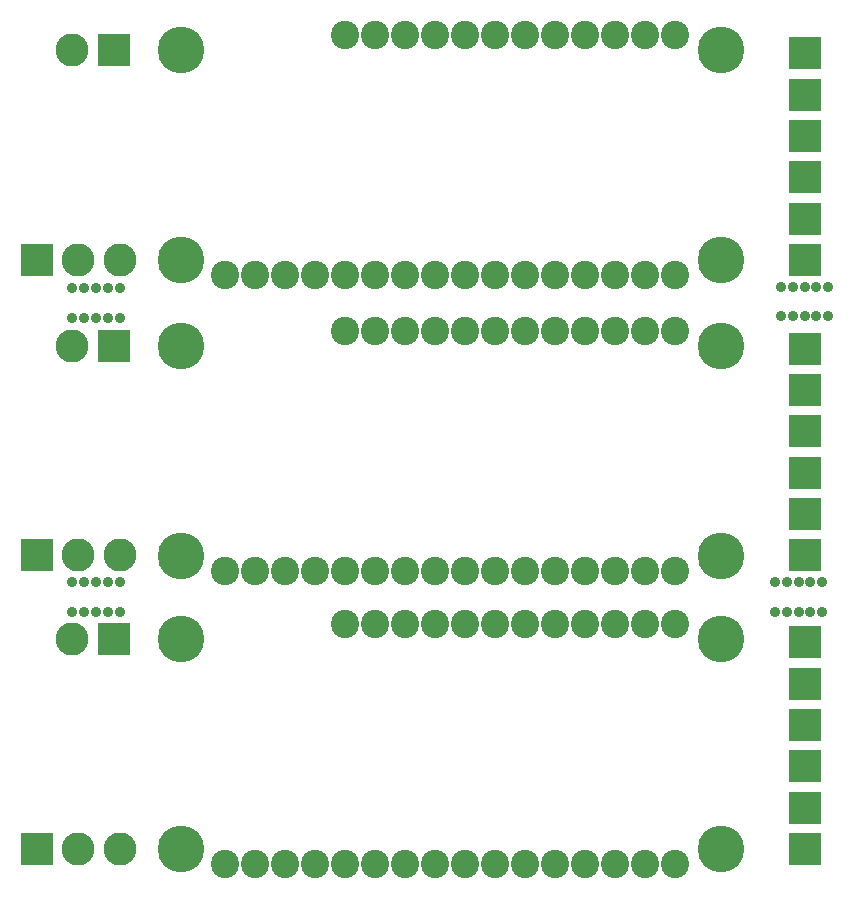
<source format=gbs>
%TF.GenerationSoftware,KiCad,Pcbnew,(5.1.6-0-10_14)*%
%TF.CreationDate,2020-08-14T14:07:03-07:00*%
%TF.ProjectId,panel,70616e65-6c2e-46b6-9963-61645f706362,rev?*%
%TF.SameCoordinates,Original*%
%TF.FileFunction,Soldermask,Bot*%
%TF.FilePolarity,Negative*%
%FSLAX46Y46*%
G04 Gerber Fmt 4.6, Leading zero omitted, Abs format (unit mm)*
G04 Created by KiCad (PCBNEW (5.1.6-0-10_14)) date 2020-08-14 14:07:03*
%MOMM*%
%LPD*%
G01*
G04 APERTURE LIST*
%ADD10C,0.900000*%
%ADD11C,2.400000*%
%ADD12C,3.956000*%
%ADD13R,2.800000X2.800000*%
%ADD14C,2.800000*%
G04 APERTURE END LIST*
D10*
%TO.C,REF\u002A\u002A*%
X176000000Y-140250000D03*
X177000000Y-140250000D03*
X178000000Y-140250000D03*
X179000000Y-140250000D03*
X180000000Y-140250000D03*
X180000000Y-142750000D03*
X179000000Y-142750000D03*
X178000000Y-142750000D03*
X177000000Y-142750000D03*
X176000000Y-142750000D03*
%TD*%
%TO.C,REF\u002A\u002A*%
X116500000Y-140250000D03*
X117500000Y-140250000D03*
X118500000Y-140250000D03*
X119500000Y-140250000D03*
X120500000Y-140250000D03*
X120500000Y-142750000D03*
X119500000Y-142750000D03*
X118500000Y-142750000D03*
X117500000Y-142750000D03*
X116500000Y-142750000D03*
%TD*%
%TO.C,REF\u002A\u002A*%
X116500000Y-115361400D03*
X117500000Y-115361400D03*
X118500000Y-115361400D03*
X119500000Y-115361400D03*
X120500000Y-115361400D03*
X120500000Y-117861400D03*
X119500000Y-117861400D03*
X118500000Y-117861400D03*
X117500000Y-117861400D03*
X116500000Y-117861400D03*
%TD*%
%TO.C,REF\u002A\u002A*%
X176500000Y-115250000D03*
X177500000Y-115250000D03*
X178500000Y-115250000D03*
X179500000Y-115250000D03*
X180500000Y-115250000D03*
X180500000Y-117750000D03*
X179500000Y-117750000D03*
X178500000Y-117750000D03*
X177500000Y-117750000D03*
X176500000Y-117750000D03*
%TD*%
D11*
%TO.C,U1*%
X129451100Y-114300000D03*
X131991100Y-114300000D03*
X134531100Y-114300000D03*
X137071100Y-114300000D03*
X139611100Y-114300000D03*
X142151100Y-114300000D03*
X144691100Y-114300000D03*
X147231100Y-114300000D03*
X149771100Y-114300000D03*
X152311100Y-114300000D03*
X154851100Y-114300000D03*
X157391100Y-114300000D03*
X159931100Y-114300000D03*
X162471100Y-114300000D03*
X165011100Y-114300000D03*
X167551100Y-114300000D03*
X167551100Y-93980000D03*
X165011100Y-93980000D03*
X162471100Y-93980000D03*
X159931100Y-93980000D03*
X157391100Y-93980000D03*
X154851100Y-93980000D03*
X152311100Y-93980000D03*
X149771100Y-93980000D03*
X147231100Y-93980000D03*
X144691100Y-93980000D03*
X142151100Y-93980000D03*
X139611100Y-93980000D03*
%TD*%
D12*
%TO.C,PCB\u002A\u002A*%
X171450000Y-113030000D03*
X125730000Y-113030000D03*
X171450000Y-95250000D03*
X125730000Y-95250000D03*
%TD*%
D13*
%TO.C,J1*%
X178500000Y-102500000D03*
X178500000Y-106000000D03*
%TD*%
D14*
%TO.C,J2*%
X116500000Y-95250000D03*
D13*
X120000000Y-95250000D03*
%TD*%
%TO.C,J5*%
X178500000Y-113000000D03*
X178500000Y-109500000D03*
%TD*%
%TO.C,J6*%
X178500000Y-95500000D03*
X178500000Y-99000000D03*
%TD*%
%TO.C,J7*%
X113500000Y-113000000D03*
D14*
X117000000Y-113000000D03*
X120500000Y-113000000D03*
%TD*%
D11*
%TO.C,U1*%
X129453100Y-139300000D03*
X131993100Y-139300000D03*
X134533100Y-139300000D03*
X137073100Y-139300000D03*
X139613100Y-139300000D03*
X142153100Y-139300000D03*
X144693100Y-139300000D03*
X147233100Y-139300000D03*
X149773100Y-139300000D03*
X152313100Y-139300000D03*
X154853100Y-139300000D03*
X157393100Y-139300000D03*
X159933100Y-139300000D03*
X162473100Y-139300000D03*
X165013100Y-139300000D03*
X167553100Y-139300000D03*
X167553100Y-118980000D03*
X165013100Y-118980000D03*
X162473100Y-118980000D03*
X159933100Y-118980000D03*
X157393100Y-118980000D03*
X154853100Y-118980000D03*
X152313100Y-118980000D03*
X149773100Y-118980000D03*
X147233100Y-118980000D03*
X144693100Y-118980000D03*
X142153100Y-118980000D03*
X139613100Y-118980000D03*
%TD*%
D12*
%TO.C,PCB\u002A\u002A*%
X171452000Y-138030000D03*
X125732000Y-138030000D03*
X171452000Y-120250000D03*
X125732000Y-120250000D03*
%TD*%
D13*
%TO.C,J1*%
X178502000Y-127500000D03*
X178502000Y-131000000D03*
%TD*%
D14*
%TO.C,J2*%
X116502000Y-120250000D03*
D13*
X120002000Y-120250000D03*
%TD*%
%TO.C,J5*%
X178502000Y-138000000D03*
X178502000Y-134500000D03*
%TD*%
%TO.C,J6*%
X178502000Y-120500000D03*
X178502000Y-124000000D03*
%TD*%
%TO.C,J7*%
X113502000Y-138000000D03*
D14*
X117002000Y-138000000D03*
X120502000Y-138000000D03*
%TD*%
D11*
%TO.C,U1*%
X129453100Y-164160000D03*
X131993100Y-164160000D03*
X134533100Y-164160000D03*
X137073100Y-164160000D03*
X139613100Y-164160000D03*
X142153100Y-164160000D03*
X144693100Y-164160000D03*
X147233100Y-164160000D03*
X149773100Y-164160000D03*
X152313100Y-164160000D03*
X154853100Y-164160000D03*
X157393100Y-164160000D03*
X159933100Y-164160000D03*
X162473100Y-164160000D03*
X165013100Y-164160000D03*
X167553100Y-164160000D03*
X167553100Y-143840000D03*
X165013100Y-143840000D03*
X162473100Y-143840000D03*
X159933100Y-143840000D03*
X157393100Y-143840000D03*
X154853100Y-143840000D03*
X152313100Y-143840000D03*
X149773100Y-143840000D03*
X147233100Y-143840000D03*
X144693100Y-143840000D03*
X142153100Y-143840000D03*
X139613100Y-143840000D03*
%TD*%
D12*
%TO.C,PCB\u002A\u002A*%
X171452000Y-162890000D03*
X125732000Y-162890000D03*
X171452000Y-145110000D03*
X125732000Y-145110000D03*
%TD*%
D13*
%TO.C,J1*%
X178502000Y-152360000D03*
X178502000Y-155860000D03*
%TD*%
D14*
%TO.C,J2*%
X116502000Y-145110000D03*
D13*
X120002000Y-145110000D03*
%TD*%
%TO.C,J5*%
X178502000Y-162860000D03*
X178502000Y-159360000D03*
%TD*%
%TO.C,J6*%
X178502000Y-145360000D03*
X178502000Y-148860000D03*
%TD*%
%TO.C,J7*%
X113502000Y-162860000D03*
D14*
X117002000Y-162860000D03*
X120502000Y-162860000D03*
%TD*%
M02*

</source>
